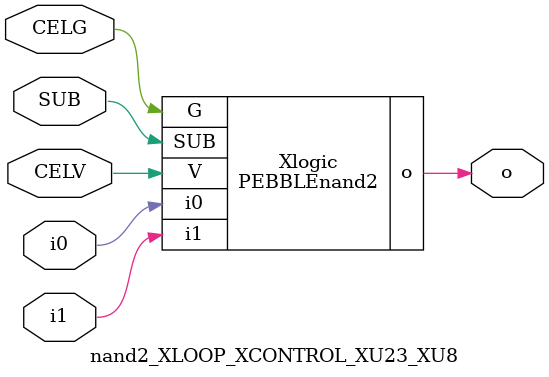
<source format=v>



module PEBBLEnand2 ( o, G, SUB, V, i0, i1 );

  input i0;
  input V;
  input i1;
  input G;
  output o;
  input SUB;
endmodule

//Celera Confidential Do Not Copy nand2_XLOOP_XCONTROL_XU23_XU8
//Celera Confidential Symbol Generator
//5V NAND2
module nand2_XLOOP_XCONTROL_XU23_XU8 (CELV,CELG,i0,i1,o,SUB);
input CELV;
input CELG;
input i0;
input i1;
input SUB;
output o;

//Celera Confidential Do Not Copy nand2
PEBBLEnand2 Xlogic(
.V (CELV),
.i0 (i0),
.i1 (i1),
.o (o),
.SUB (SUB),
.G (CELG)
);
//,diesize,PEBBLEnand2

//Celera Confidential Do Not Copy Module End
//Celera Schematic Generator
endmodule

</source>
